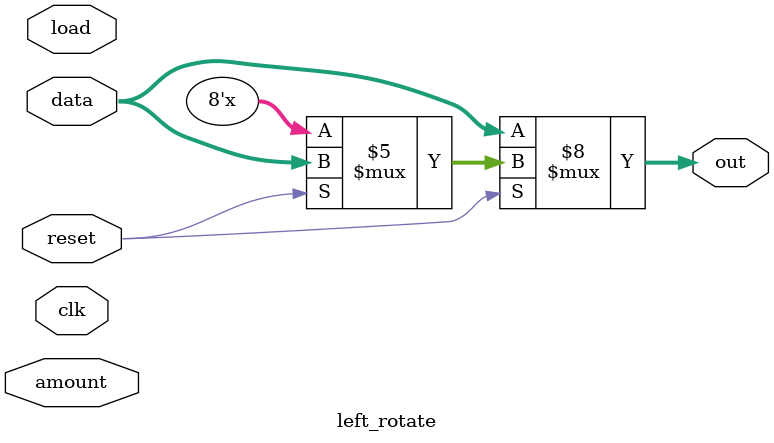
<source format=v>
module left_rotate(clk,reset,amount,data,load,out);
input clk,reset;
input [2:0] amount;
input [7:0] data;
input load;
output reg [7:0] out;
// when load is high, load data to out
// left shift and rotate the register out by amount bits
always @ *
	begin
	if(reset)	begin 
	out = data; 	// operation in progress when reset is high
	if(load)	begin 
	out = data;	// keeps shifting same value for reset cycles
	end 
	end 
	else	begin 
	out = data; 	// hold data when reset is low
	end 
	end 
endmodule

</source>
